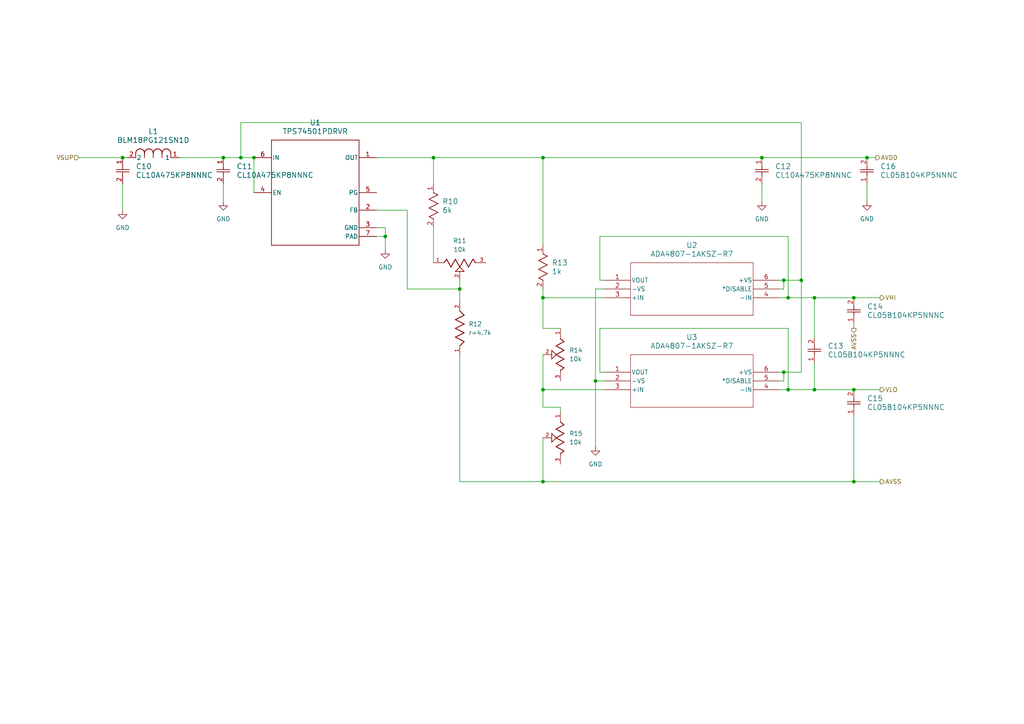
<source format=kicad_sch>
(kicad_sch (version 20231120) (generator "eeschema") (generator_version "8.0")
  (paper "A4")
  (lib_symbols
    (symbol "Cap100nF:CL05B104KP5NNNC" (pin_names (offset 0.254))
      (property "Reference" "C" (at 3.81 3.81 0))
      (property "Value" "CL05B104KP5NNNC" (at 3.81 -3.81 0))
      (symbol "CL05B104KP5NNNC_1_1"
        (polyline (pts (xy 2.54 0) (xy 3.4798 0)) (stroke (width 0.2032)))
        (polyline (pts (xy 3.4798 -1.905) (xy 3.4798 1.905)) (stroke (width 0.2032)))
        (polyline (pts (xy 4.1148 -1.905) (xy 4.1148 1.905)) (stroke (width 0.2032)))
        (polyline (pts (xy 4.1148 0) (xy 5.08 0)) (stroke (width 0.2032)))
        (pin unspecified line (at 0 0 0) (length 2.54) (name "") (number "1"))
        (pin unspecified line (at 7.62 0 180) (length 2.54) (name "") (number "2"))
      )
      (symbol "CL05B104KP5NNNC_1_2"
        (polyline (pts (xy -1.905 -4.1148) (xy 1.905 -4.1148)) (stroke (width 0.2032)))
        (polyline (pts (xy -1.905 -3.4798) (xy 1.905 -3.4798)) (stroke (width 0.2032)))
        (polyline (pts (xy 0 -4.1148) (xy 0 -5.08)) (stroke (width 0.2032)))
        (polyline (pts (xy 0 -2.54) (xy 0 -3.4798)) (stroke (width 0.2032)))
        (pin unspecified line (at 0 0 270) (length 2.54) (name "") (number "1"))
        (pin unspecified line (at 0 -7.62 90) (length 2.54) (name "") (number "2"))
      )
    )
    (symbol "Cap4.7uF:CL10A475KP8NNNC" (pin_names (offset 0.254))
      (property "Reference" "C" (at 3.81 3.81 0))
      (property "Value" "CL10A475KP8NNNC" (at 3.81 -3.81 0))
      (symbol "CL10A475KP8NNNC_1_1"
        (polyline (pts (xy 2.54 0) (xy 3.4798 0)) (stroke (width 0.2032)))
        (polyline (pts (xy 3.4798 -1.905) (xy 3.4798 1.905)) (stroke (width 0.2032)))
        (polyline (pts (xy 4.1148 -1.905) (xy 4.1148 1.905)) (stroke (width 0.2032)))
        (polyline (pts (xy 4.1148 0) (xy 5.08 0)) (stroke (width 0.2032)))
        (pin unspecified line (at 0 0 0) (length 2.54) (name "") (number "1"))
        (pin unspecified line (at 7.62 0 180) (length 2.54) (name "") (number "2"))
      )
      (symbol "CL10A475KP8NNNC_1_2"
        (polyline (pts (xy -1.905 -4.1148) (xy 1.905 -4.1148)) (stroke (width 0.2032)))
        (polyline (pts (xy -1.905 -3.4798) (xy 1.905 -3.4798)) (stroke (width 0.2032)))
        (polyline (pts (xy 0 -4.1148) (xy 0 -5.08)) (stroke (width 0.2032)))
        (polyline (pts (xy 0 -2.54) (xy 0 -3.4798)) (stroke (width 0.2032)))
        (pin unspecified line (at 0 0 270) (length 2.54) (name "") (number "1"))
        (pin unspecified line (at 0 -7.62 90) (length 2.54) (name "") (number "2"))
      )
    )
    (symbol "LDO:TPS74501PDRVR" (pin_names (offset 0.254))
      (property "Reference" "U" (at 0 2.54 0))
      (property "Value" "TPS74501PDRVR" (at 0 0 0))
      (symbol "TPS74501PDRVR_0_1"
        (polyline (pts (xy -12.7 -15.24) (xy 12.7 -15.24)) (stroke (width 0.2032)))
        (polyline (pts (xy -12.7 15.24) (xy -12.7 -15.24)) (stroke (width 0.2032)))
        (polyline (pts (xy 12.7 -15.24) (xy 12.7 15.24)) (stroke (width 0.2032)))
        (polyline (pts (xy 12.7 15.24) (xy -12.7 15.24)) (stroke (width 0.2032)))
        (pin power_in line (at 17.78 10.16 180) (length 5.08) (name "OUT") (number "1"))
        (pin input line (at 17.78 -5.08 180) (length 5.08) (name "FB") (number "2"))
        (pin power_in line (at 17.78 -10.16 180) (length 5.08) (name "GND") (number "3"))
        (pin input line (at -17.78 0 0) (length 5.08) (name "EN") (number "4"))
        (pin open_collector line (at 17.78 0 180) (length 5.08) (name "PG") (number "5"))
        (pin power_in line (at -17.78 10.16 0) (length 5.08) (name "IN") (number "6"))
        (pin power_in line (at 17.78 -12.7 180) (length 5.08) (name "PAD") (number "7"))
      )
    )
    (symbol "Opamp:ADA4807-1AKSZ-R7" (pin_names (offset 0.254))
      (property "Reference" "U" (at 25.4 10.16 0))
      (property "Value" "ADA4807-1AKSZ-R7" (at 25.4 7.62 0))
      (symbol "ADA4807-1AKSZ-R7_0_1"
        (polyline (pts (xy 7.62 -10.16) (xy 43.18 -10.16)) (stroke (width 0.127)))
        (polyline (pts (xy 7.62 5.08) (xy 7.62 -10.16)) (stroke (width 0.127)))
        (polyline (pts (xy 43.18 -10.16) (xy 43.18 5.08)) (stroke (width 0.127)))
        (polyline (pts (xy 43.18 5.08) (xy 7.62 5.08)) (stroke (width 0.127)))
        (pin power_in line (at 0 0 0) (length 7.62) (name "VOUT") (number "1"))
        (pin power_in line (at 0 -2.54 0) (length 7.62) (name "-VS") (number "2"))
        (pin input line (at 0 -5.08 0) (length 7.62) (name "+IN") (number "3"))
        (pin input line (at 50.8 -5.08 180) (length 7.62) (name "-IN") (number "4"))
        (pin unspecified line (at 50.8 -2.54 180) (length 7.62) (name "*DISABLE") (number "5"))
        (pin power_in line (at 50.8 0 180) (length 7.62) (name "+VS") (number "6"))
      )
    )
    (symbol "Resistor1k:RC0402JR-071KL" (pin_names (offset 0.254))
      (property "Reference" "R" (at 5.715 3.81 0))
      (property "Value" "RC0402JR-071KL" (at 6.35 -3.81 0))
      (symbol "RC0402JR-071KL_1_1"
        (polyline (pts (xy 2.54 0) (xy 3.175 1.27)) (stroke (width 0.2032)))
        (polyline (pts (xy 3.175 1.27) (xy 4.445 -1.27)) (stroke (width 0.2032)))
        (polyline (pts (xy 4.445 -1.27) (xy 5.715 1.27)) (stroke (width 0.2032)))
        (polyline (pts (xy 5.715 1.27) (xy 6.985 -1.27)) (stroke (width 0.2032)))
        (polyline (pts (xy 6.985 -1.27) (xy 8.255 1.27)) (stroke (width 0.2032)))
        (polyline (pts (xy 8.255 1.27) (xy 9.525 -1.27)) (stroke (width 0.2032)))
        (polyline (pts (xy 9.525 -1.27) (xy 10.16 0)) (stroke (width 0.2032)))
        (pin unspecified line (at 12.7 0 180) (length 2.54) (name "") (number "1"))
        (pin unspecified line (at 0 0 0) (length 2.54) (name "") (number "2"))
      )
      (symbol "RC0402JR-071KL_1_2"
        (polyline (pts (xy -1.27 3.175) (xy 1.27 4.445)) (stroke (width 0.2032)))
        (polyline (pts (xy -1.27 5.715) (xy 1.27 6.985)) (stroke (width 0.2032)))
        (polyline (pts (xy -1.27 8.255) (xy 1.27 9.525)) (stroke (width 0.2032)))
        (polyline (pts (xy 0 2.54) (xy -1.27 3.175)) (stroke (width 0.2032)))
        (polyline (pts (xy 1.27 4.445) (xy -1.27 5.715)) (stroke (width 0.2032)))
        (polyline (pts (xy 1.27 6.985) (xy -1.27 8.255)) (stroke (width 0.2032)))
        (polyline (pts (xy 1.27 9.525) (xy 0 10.16)) (stroke (width 0.2032)))
        (pin unspecified line (at 0 12.7 270) (length 2.54) (name "") (number "1"))
        (pin unspecified line (at 0 0 90) (length 2.54) (name "") (number "2"))
      )
    )
    (symbol "ferriteBeads120Ohm:BLM18PG121SN1D" (pin_names (offset 0.254))
      (property "Reference" "L" (at 6.985 5.08 0))
      (property "Value" "BLM18PG121SN1D" (at 6.985 -2.54 0))
      (symbol "BLM18PG121SN1D_1_1"
        (polyline (pts (xy 2.54 0) (xy 2.54 1.27)) (stroke (width 0.2032)))
        (polyline (pts (xy 5.08 0) (xy 5.08 1.27)) (stroke (width 0.2032)))
        (polyline (pts (xy 7.62 0) (xy 7.62 1.27)) (stroke (width 0.2032)))
        (polyline (pts (xy 10.16 0) (xy 10.16 1.27)) (stroke (width 0.2032)))
        (polyline (pts (xy 12.7 0) (xy 12.7 1.27)) (stroke (width 0.2032)))
        (arc (start 5.08 1.27) (mid 3.81 2.5344) (end 2.54 1.27) (stroke (width 0.254)))
        (arc (start 7.62 1.27) (mid 6.35 2.5344) (end 5.08 1.27) (stroke (width 0.254)))
        (arc (start 10.16 1.27) (mid 8.89 2.5344) (end 7.62 1.27) (stroke (width 0.254)))
        (arc (start 12.7 1.27) (mid 11.43 2.5344) (end 10.16 1.27) (stroke (width 0.254)))
        (pin unspecified line (at 15.24 0 180) (length 2.54) (name "1") (number "1"))
        (pin unspecified line (at 0 0 0) (length 2.54) (name "2") (number "2"))
      )
      (symbol "BLM18PG121SN1D_1_2"
        (arc (start -1.27 5.08) (mid -2.5344 3.81) (end -1.27 2.54) (stroke (width 0.254)))
        (arc (start -1.27 7.62) (mid -2.5344 6.35) (end -1.27 5.08) (stroke (width 0.254)))
        (arc (start -1.27 10.16) (mid -2.5344 8.89) (end -1.27 7.62) (stroke (width 0.254)))
        (arc (start -1.27 12.7) (mid -2.5344 11.43) (end -1.27 10.16) (stroke (width 0.254)))
        (polyline (pts (xy 0 2.54) (xy -1.27 2.54)) (stroke (width 0.2032)))
        (polyline (pts (xy 0 5.08) (xy -1.27 5.08)) (stroke (width 0.2032)))
        (polyline (pts (xy 0 7.62) (xy -1.27 7.62)) (stroke (width 0.2032)))
        (polyline (pts (xy 0 10.16) (xy -1.27 10.16)) (stroke (width 0.2032)))
        (polyline (pts (xy 0 12.7) (xy -1.27 12.7)) (stroke (width 0.2032)))
        (pin unspecified line (at 0 15.24 270) (length 2.54) (name "1") (number "1"))
        (pin unspecified line (at 0 0 90) (length 2.54) (name "2") (number "2"))
      )
    )
    (symbol "potentiometer:3310Y-001-103L" (pin_names (offset 1.016))
      (property "Reference" "R" (at -5.0895 5.0895 0))
      (property "Value" "3310Y-001-103L" (at -5.0814 2.5407 0))
      (symbol "3310Y-001-103L_0_0"
        (polyline (pts (xy -5.08 0) (xy -4.572 0)) (stroke (width 0.1524)))
        (polyline (pts (xy -4.572 0) (xy -3.81 1.016)) (stroke (width 0.254)))
        (polyline (pts (xy -3.81 1.016) (xy -2.54 -1.27)) (stroke (width 0.254)))
        (polyline (pts (xy -2.54 -1.27) (xy -1.27 1.016)) (stroke (width 0.254)))
        (polyline (pts (xy -1.27 -2.54) (xy 0 -1.27)) (stroke (width 0.2032)))
        (polyline (pts (xy -1.27 1.016) (xy 0 -1.27)) (stroke (width 0.254)))
        (polyline (pts (xy 0 -1.27) (xy 1.27 -2.54)) (stroke (width 0.2032)))
        (polyline (pts (xy 0 -1.27) (xy 1.27 1.016)) (stroke (width 0.254)))
        (polyline (pts (xy 1.27 -2.54) (xy -1.27 -2.54)) (stroke (width 0.2032)))
        (polyline (pts (xy 1.27 1.016) (xy 2.54 -1.27)) (stroke (width 0.254)))
        (polyline (pts (xy 2.54 -1.27) (xy 3.81 1.016)) (stroke (width 0.254)))
        (polyline (pts (xy 3.81 1.016) (xy 4.572 0)) (stroke (width 0.254)))
        (polyline (pts (xy 4.572 0) (xy 5.08 0)) (stroke (width 0.1524)))
        (pin passive line (at -7.62 0 0) (length 2.54) (name "~") (number "1"))
        (pin passive line (at 0 -5.08 90) (length 2.54) (name "~") (number "2"))
        (pin passive line (at 7.62 0 180) (length 2.54) (name "~") (number "3"))
      )
    )
    (symbol "power:GND" (power) (pin_numbers hide) (pin_names (offset 0) hide)
      (property "Value" "GND" (at 0 -3.81 0))
      (symbol "GND_0_1"
        (polyline (pts (xy 0 0) (xy 0 -1.27) (xy 1.27 -1.27) (xy 0 -2.54) (xy -1.27 -1.27) (xy 0 -1.27)))
      )
      (symbol "GND_1_1"
        (pin power_in line (at 0 0 270) (length 0) (name "~") (number "1"))
      )
    )
    (symbol "resistor4.7k:RC0402FR-074K7L" (pin_names (offset 1.016))
      (property "Reference" "R" (at -4.447 2.0075 0))
      (property "Value" "RC0402FR-074K7L" (at -4.4467 -3.5574 0))
      (symbol "RC0402FR-074K7L_0_0"
        (polyline (pts (xy -5.08 0) (xy -3.81 -1.27)) (stroke (width 0.254)))
        (polyline (pts (xy -3.81 -1.27) (xy -2.54 1.27)) (stroke (width 0.254)))
        (polyline (pts (xy -2.54 1.27) (xy -1.27 -1.27)) (stroke (width 0.254)))
        (polyline (pts (xy -1.27 -1.27) (xy 0 1.27)) (stroke (width 0.254)))
        (polyline (pts (xy 0 1.27) (xy 1.27 -1.27)) (stroke (width 0.254)))
        (polyline (pts (xy 1.27 -1.27) (xy 2.54 1.27)) (stroke (width 0.254)))
        (polyline (pts (xy 2.54 1.27) (xy 3.81 -1.27)) (stroke (width 0.254)))
        (polyline (pts (xy 3.81 -1.27) (xy 5.08 0)) (stroke (width 0.254)))
        (pin passive line (at -7.62 0 0) (length 2.54) (name "~") (number "1"))
        (pin passive line (at 7.62 0 180) (length 2.54) (name "~") (number "2"))
      )
    )
  )
  (junction (at 157.48 86.36))
  (junction (at 157.48 139.7))
  (junction (at 232.41 81.28))
  (junction (at 247.65 86.36))
  (junction (at 64.77 45.72))
  (junction (at 227.33 81.28))
  (junction (at 220.98 45.72))
  (junction (at 125.73 45.72))
  (junction (at 111.76 68.58))
  (junction (at 236.22 86.36))
  (junction (at 247.65 139.7))
  (junction (at 251.46 45.72))
  (junction (at 247.65 113.03))
  (junction (at 73.66 45.72))
  (junction (at 35.56 45.72))
  (junction (at 236.22 113.03))
  (junction (at 157.48 113.03))
  (junction (at 227.33 107.95))
  (junction (at 157.48 45.72))
  (junction (at 133.35 83.82))
  (junction (at 172.72 110.49))
  (junction (at 228.6 113.03))
  (junction (at 69.85 45.72))
  (junction (at 228.6 86.36))
  (wire (pts (xy 227.33 107.95) (xy 227.33 110.49)))
  (wire (pts (xy 236.22 113.03) (xy 247.65 113.03)))
  (wire (pts (xy 226.06 86.36) (xy 228.6 86.36)))
  (wire (pts (xy 228.6 113.03) (xy 236.22 113.03)))
  (wire (pts (xy 228.6 95.25) (xy 173.99 95.25)))
  (wire (pts (xy 251.46 53.34) (xy 251.46 58.42)))
  (wire (pts (xy 133.35 102.87) (xy 133.35 139.7)))
  (wire (pts (xy 220.98 53.34) (xy 220.98 58.42)))
  (wire (pts (xy 227.33 107.95) (xy 232.41 107.95)))
  (wire (pts (xy 22.86 45.72) (xy 35.56 45.72)))
  (wire (pts (xy 226.06 81.28) (xy 227.33 81.28)))
  (wire (pts (xy 109.22 45.72) (xy 125.73 45.72)))
  (wire (pts (xy 220.98 45.72) (xy 251.46 45.72)))
  (wire (pts (xy 236.22 105.41) (xy 236.22 113.03)))
  (wire (pts (xy 162.56 118.11) (xy 162.56 119.38)))
  (wire (pts (xy 133.35 83.82) (xy 133.35 87.63)))
  (wire (pts (xy 247.65 86.36) (xy 255.27 86.36)))
  (wire (pts (xy 69.85 35.56) (xy 232.41 35.56)))
  (wire (pts (xy 109.22 66.04) (xy 111.76 66.04)))
  (wire (pts (xy 69.85 45.72) (xy 73.66 45.72)))
  (wire (pts (xy 228.6 113.03) (xy 228.6 95.25)))
  (wire (pts (xy 172.72 83.82) (xy 175.26 83.82)))
  (wire (pts (xy 227.33 81.28) (xy 232.41 81.28)))
  (wire (pts (xy 247.65 93.98) (xy 247.65 95.25)))
  (wire (pts (xy 228.6 86.36) (xy 236.22 86.36)))
  (wire (pts (xy 157.48 95.25) (xy 162.56 95.25)))
  (wire (pts (xy 236.22 86.36) (xy 247.65 86.36)))
  (wire (pts (xy 125.73 45.72) (xy 157.48 45.72)))
  (wire (pts (xy 111.76 68.58) (xy 111.76 72.39)))
  (wire (pts (xy 172.72 110.49) (xy 175.26 110.49)))
  (wire (pts (xy 73.66 45.72) (xy 73.66 55.88)))
  (wire (pts (xy 226.06 107.95) (xy 227.33 107.95)))
  (wire (pts (xy 227.33 81.28) (xy 227.33 83.82)))
  (wire (pts (xy 157.48 86.36) (xy 157.48 95.25)))
  (wire (pts (xy 64.77 58.42) (xy 64.77 53.34)))
  (wire (pts (xy 157.48 45.72) (xy 220.98 45.72)))
  (wire (pts (xy 157.48 127) (xy 157.48 139.7)))
  (wire (pts (xy 247.65 120.65) (xy 247.65 139.7)))
  (wire (pts (xy 125.73 66.04) (xy 125.73 76.2)))
  (wire (pts (xy 69.85 45.72) (xy 69.85 35.56)))
  (wire (pts (xy 173.99 68.58) (xy 173.99 81.28)))
  (wire (pts (xy 125.73 45.72) (xy 125.73 53.34)))
  (wire (pts (xy 172.72 110.49) (xy 172.72 129.54)))
  (wire (pts (xy 172.72 83.82) (xy 172.72 110.49)))
  (wire (pts (xy 226.06 110.49) (xy 227.33 110.49)))
  (wire (pts (xy 173.99 95.25) (xy 173.99 107.95)))
  (wire (pts (xy 157.48 45.72) (xy 157.48 71.12)))
  (wire (pts (xy 133.35 139.7) (xy 157.48 139.7)))
  (wire (pts (xy 173.99 107.95) (xy 175.26 107.95)))
  (wire (pts (xy 236.22 86.36) (xy 236.22 97.79)))
  (wire (pts (xy 118.11 83.82) (xy 118.11 60.96)))
  (wire (pts (xy 232.41 35.56) (xy 232.41 81.28)))
  (wire (pts (xy 247.65 113.03) (xy 255.27 113.03)))
  (wire (pts (xy 157.48 139.7) (xy 247.65 139.7)))
  (wire (pts (xy 133.35 83.82) (xy 118.11 83.82)))
  (wire (pts (xy 157.48 102.87) (xy 157.48 113.03)))
  (wire (pts (xy 109.22 68.58) (xy 111.76 68.58)))
  (wire (pts (xy 35.56 45.72) (xy 36.83 45.72)))
  (wire (pts (xy 226.06 83.82) (xy 227.33 83.82)))
  (wire (pts (xy 157.48 113.03) (xy 175.26 113.03)))
  (wire (pts (xy 228.6 68.58) (xy 173.99 68.58)))
  (wire (pts (xy 111.76 66.04) (xy 111.76 68.58)))
  (wire (pts (xy 247.65 139.7) (xy 255.27 139.7)))
  (wire (pts (xy 133.35 81.28) (xy 133.35 83.82)))
  (wire (pts (xy 64.77 45.72) (xy 69.85 45.72)))
  (wire (pts (xy 228.6 86.36) (xy 228.6 68.58)))
  (wire (pts (xy 157.48 118.11) (xy 162.56 118.11)))
  (wire (pts (xy 35.56 53.34) (xy 35.56 60.96)))
  (wire (pts (xy 173.99 81.28) (xy 175.26 81.28)))
  (wire (pts (xy 232.41 81.28) (xy 232.41 107.95)))
  (wire (pts (xy 52.07 45.72) (xy 64.77 45.72)))
  (wire (pts (xy 157.48 86.36) (xy 175.26 86.36)))
  (wire (pts (xy 118.11 60.96) (xy 109.22 60.96)))
  (wire (pts (xy 251.46 45.72) (xy 254 45.72)))
  (wire (pts (xy 226.06 113.03) (xy 228.6 113.03)))
  (wire (pts (xy 157.48 83.82) (xy 157.48 86.36)))
  (wire (pts (xy 157.48 113.03) (xy 157.48 118.11)))
  (hierarchical_label "VLO" (shape output) (at 255.27 113.03 0))
  (hierarchical_label "VSUP" (shape input) (at 22.86 45.72 180))
  (hierarchical_label "AVDD" (shape output) (at 254 45.72 0))
  (hierarchical_label "AVSS" (shape output) (at 255.27 139.7 0))
  (hierarchical_label "AVSS" (shape output) (at 247.65 95.25 270))
  (hierarchical_label "VHI" (shape output) (at 255.27 86.36 0))
  (symbol (lib_id "potentiometer:3310Y-001-103L") (at 162.56 102.87 270) (unit 1)
    (property "Reference" "R14" (at 165.1 101.5999 90) (effects (justify left)))
    (property "Value" "10k" (at 165.1 104.1399 90) (effects (justify left)))
    (property "Footprint" "potentiometer_10turn:potentiometer_10turn" (effects (hide yes)))
    (property "STANDARD" "IPC 7351B" (effects (hide yes)))
    (property "MANUFACTURER" "BOURNS" (effects (hide yes)))
    (property "Sim.Device" "R" (effects (hide yes)))
    (property "Sim.Type" "POT" (effects (hide yes)))
    (property "Sim.Pins" "1=r0 2=wiper 3=r1" (effects (hide yes)))
    (property "Sim.Params" "r=5k" (effects (hide yes)))
  )
  (symbol (lib_id "Cap100nF:CL05B104KP5NNNC") (at 251.46 53.34 90) (unit 1)
    (property "Reference" "C16" (at 255.27 48.2599 90) (effects (font (size 1.524 1.524)) (justify right)))
    (property "Value" "CL05B104KP5NNNC" (at 255.27 50.7999 90) (effects (font (size 1.524 1.524)) (justify right)))
    (property "Footprint" "CAP_CL05_SAM" (effects (hide yes)))
    (property "Datasheet" "CL05B104KP5NNNC" (effects (hide yes)))
    (property "Sim.Device" "C" (effects (hide yes)))
    (property "Sim.Pins" "1=+ 2=-" (effects (hide yes)))
    (property "Sim.Params" "c=100n" (effects (hide yes)))
    (property "Sim.Type" "=" (effects (hide yes)))
  )
  (symbol (lib_id "resistor4.7k:RC0402FR-074K7L") (at 133.35 95.25 90) (unit 1)
    (property "Reference" "R12" (at 135.89 93.9799 90) (effects (justify right)))
    (property "Value" "${SIM.PARAMS}" (at 135.89 96.5199 90) (effects (justify right)))
    (property "Footprint" "RC0402FR-074K7L:RESC1005X40" (effects (hide yes)))
    (property "DigiKey_Part_Number" "311-4.7KLRTR-ND" (effects (hide yes)))
    (property "SnapEDA_Link" "https://www.snapeda.com/parts/RC0402FR-074K7L/Yageo/view-part/?ref=snap" (effects (hide yes)))
    (property "Description_1" "\n4.7 kOhms ±1% 0.063W, 1/16W Chip Resistor 0402 (1005 Metric) Moisture Resistant Thick Film\n" (effects (hide yes)))
    (property "Package" "1005 Panasonic Electronic Components" (effects (hide yes)))
    (property "Check_prices" "https://www.snapeda.com/parts/RC0402FR-074K7L/Yageo/view-part/?ref=eda" (effects (hide yes)))
    (property "MF" "Yageo" (effects (hide yes)))
    (property "MP" "RC0402FR-074K7L" (effects (hide yes)))
    (property "MANUFACTURER" "YAGEO" (effects (hide yes)))
    (property "Sim.Device" "R" (effects (hide yes)))
    (property "Sim.Type" "=" (effects (hide yes)))
    (property "Sim.Params" "r=4.7k" (effects (hide yes)))
    (property "Sim.Pins" "1=+ 2=-" (effects (hide yes)))
  )
  (symbol (lib_id "Cap100nF:CL05B104KP5NNNC") (at 247.65 93.98 90) (unit 1)
    (property "Reference" "C14" (at 251.46 88.8999 90) (effects (font (size 1.524 1.524)) (justify right)))
    (property "Value" "CL05B104KP5NNNC" (at 251.46 91.4399 90) (effects (font (size 1.524 1.524)) (justify right)))
    (property "Footprint" "CAP_CL05_SAM" (effects (hide yes)))
    (property "Datasheet" "CL05B104KP5NNNC" (effects (hide yes)))
    (property "Sim.Device" "C" (effects (hide yes)))
    (property "Sim.Pins" "1=+ 2=-" (effects (hide yes)))
    (property "Sim.Params" "c=100n" (effects (hide yes)))
    (property "Sim.Type" "=" (effects (hide yes)))
  )
  (symbol (lib_id "Resistor1k:RC0402JR-071KL") (at 157.48 83.82 90) (unit 1)
    (property "Reference" "R13" (at 160.02 76.1999 90) (effects (font (size 1.524 1.524)) (justify right)))
    (property "Value" "1k" (at 160.02 78.7399 90) (effects (font (size 1.524 1.524)) (justify right)))
    (property "Footprint" "RC0402N_YAG" (effects (hide yes)))
    (property "Datasheet" "RC0402JR-071KL" (effects (hide yes)))
    (property "Sim.Device" "R" (effects (hide yes)))
    (property "Sim.Pins" "1=+ 2=-" (effects (hide yes)))
    (property "Sim.Params" "r=1k" (effects (hide yes)))
    (property "Sim.Type" "=" (effects (hide yes)))
  )
  (symbol (lib_id "power:GND") (at 64.77 58.42 0) (unit 1)
    (property "Reference" "#PWR08" (effects (hide yes)))
    (property "Value" "GND" (at 64.77 63.5 0))
    (property "Description" "Power symbol creates a global label with name \"GND\" , ground" (effects (hide yes)))
  )
  (symbol (lib_id "potentiometer:3310Y-001-103L") (at 133.35 76.2 0) (unit 1)
    (property "Reference" "R11" (at 133.35 69.85 0))
    (property "Value" "10k" (at 133.35 72.39 0))
    (property "Footprint" "potentiometer_10turn:potentiometer_10turn" (effects (hide yes)))
    (property "STANDARD" "IPC 7351B" (effects (hide yes)))
    (property "MANUFACTURER" "BOURNS" (effects (hide yes)))
    (property "Sim.Device" "R" (effects (hide yes)))
    (property "Sim.Type" "POT" (effects (hide yes)))
    (property "Sim.Pins" "1=r0 2=wiper 3=r1" (effects (hide yes)))
    (property "Sim.Params" "r=5k" (effects (hide yes)))
  )
  (symbol (lib_id "power:GND") (at 220.98 58.42 0) (unit 1)
    (property "Reference" "#PWR011" (effects (hide yes)))
    (property "Value" "GND" (at 220.98 63.5 0))
    (property "Description" "Power symbol creates a global label with name \"GND\" , ground" (effects (hide yes)))
  )
  (symbol (lib_id "LDO:TPS74501PDRVR") (at 91.44 55.88 0) (unit 1)
    (property "Reference" "U1" (at 91.44 35.56 0) (effects (font (size 1.524 1.524))))
    (property "Value" "TPS74501PDRVR" (at 91.44 38.1 0) (effects (font (size 1.524 1.524))))
    (property "Footprint" "tps745Footprints:DRV0006A_NV" (effects (hide yes)))
    (property "Datasheet" "TPS74501PDRVR" (effects (hide yes)))
    (property "Sim.Library" "/home/maxwell/github-repos/sp-24-EE628/6_Test/2_PCB/test_board_1/TestBoardEDA/models/TPS74501P_TRANS.lib" (effects (hide yes)))
    (property "Sim.Name" "TPS74501P_TRANS" (effects (hide yes)))
    (property "Sim.Device" "SUBCKT" (effects (hide yes)))
    (property "Sim.Pins" "1=VOUT 2=FB 3=GND 4=EN 5=PG 6=VIN" (effects (hide yes)))
  )
  (symbol (lib_id "Resistor1k:RC0402JR-071KL") (at 125.73 66.04 90) (unit 1)
    (property "Reference" "R10" (at 128.27 58.4199 90) (effects (font (size 1.524 1.524)) (justify right)))
    (property "Value" "6k" (at 128.27 60.9599 90) (effects (font (size 1.524 1.524)) (justify right)))
    (property "Footprint" "RC0402N_YAG" (effects (hide yes)))
    (property "Datasheet" "RC0402JR-071KL" (effects (hide yes)))
    (property "Sim.Device" "R" (effects (hide yes)))
    (property "Sim.Pins" "1=+ 2=-" (effects (hide yes)))
    (property "Sim.Params" "r=1k" (effects (hide yes)))
    (property "Sim.Type" "=" (effects (hide yes)))
  )
  (symbol (lib_id "Cap100nF:CL05B104KP5NNNC") (at 236.22 105.41 90) (unit 1)
    (property "Reference" "C13" (at 240.03 100.3299 90) (effects (font (size 1.524 1.524)) (justify right)))
    (property "Value" "CL05B104KP5NNNC" (at 240.03 102.8699 90) (effects (font (size 1.524 1.524)) (justify right)))
    (property "Footprint" "CAP_CL05_SAM" (effects (hide yes)))
    (property "Datasheet" "CL05B104KP5NNNC" (effects (hide yes)))
    (property "Sim.Device" "C" (effects (hide yes)))
    (property "Sim.Pins" "1=+ 2=-" (effects (hide yes)))
    (property "Sim.Params" "c=100n" (effects (hide yes)))
    (property "Sim.Type" "=" (effects (hide yes)))
  )
  (symbol (lib_id "Opamp:ADA4807-1AKSZ-R7") (at 175.26 107.95 0) (unit 1)
    (property "Reference" "U3" (at 200.66 97.79 0) (effects (font (size 1.524 1.524))))
    (property "Value" "ADA4807-1AKSZ-R7" (at 200.66 100.33 0) (effects (font (size 1.524 1.524))))
    (property "Footprint" "opampADA4807Footprints:KS-6_ADI" (effects (hide yes)))
    (property "Datasheet" "ADA4807-1AKSZ-R7" (effects (hide yes)))
    (property "Sim.Library" "/home/maxwell/github-repos/sp-24-EE628/6_Test/2_PCB/test_board_1/TestBoardEDA/models/ADA4807.cir" (effects (hide yes)))
    (property "Sim.Name" "ADA4807" (effects (hide yes)))
    (property "Sim.Device" "SUBCKT" (effects (hide yes)))
    (property "Sim.Pins" "1=104 2=103 3=100 4=101 5=106 6=102" (effects (hide yes)))
  )
  (symbol (lib_id "Cap4.7uF:CL10A475KP8NNNC") (at 220.98 45.72 270) (unit 1)
    (property "Reference" "C12" (at 224.79 48.2599 90) (effects (font (size 1.524 1.524)) (justify left)))
    (property "Value" "CL10A475KP8NNNC" (at 224.79 50.7999 90) (effects (font (size 1.524 1.524)) (justify left)))
    (property "Footprint" "CAP_0603_CL10A_1P6XP8_SAM" (effects (hide yes)))
    (property "Datasheet" "CL10A475KP8NNNC" (effects (hide yes)))
    (property "Sim.Library" "/home/maxwell/github-repos/sp-24-EE628/6_Test/2_PCB/test_board_1/TestBoardEDA/models/CL10A475KP8NNN_Precise_DC0V_25degC_P.lib" (effects (hide yes)))
    (property "Sim.Name" "CL10A475KP8NNN_Precise_DC0V_25degC" (effects (hide yes)))
    (property "Sim.Device" "SUBCKT" (effects (hide yes)))
    (property "Sim.Pins" "1=1 2=2" (effects (hide yes)))
  )
  (symbol (lib_id "Opamp:ADA4807-1AKSZ-R7") (at 175.26 81.28 0) (unit 1)
    (property "Reference" "U2" (at 200.66 71.12 0) (effects (font (size 1.524 1.524))))
    (property "Value" "ADA4807-1AKSZ-R7" (at 200.66 73.66 0) (effects (font (size 1.524 1.524))))
    (property "Footprint" "opampADA4807Footprints:KS-6_ADI" (effects (hide yes)))
    (property "Datasheet" "ADA4807-1AKSZ-R7" (effects (hide yes)))
    (property "Sim.Library" "/home/maxwell/github-repos/sp-24-EE628/6_Test/2_PCB/test_board_1/TestBoardEDA/models/ADA4807.cir" (effects (hide yes)))
    (property "Sim.Name" "ADA4807" (effects (hide yes)))
    (property "Sim.Device" "SUBCKT" (effects (hide yes)))
    (property "Sim.Pins" "1=104 2=103 3=100 4=101 5=106 6=102" (effects (hide yes)))
  )
  (symbol (lib_id "power:GND") (at 251.46 58.42 0) (unit 1)
    (property "Reference" "#PWR012" (effects (hide yes)))
    (property "Value" "GND" (at 251.46 63.5 0))
    (property "Description" "Power symbol creates a global label with name \"GND\" , ground" (effects (hide yes)))
  )
  (symbol (lib_id "power:GND") (at 172.72 129.54 0) (unit 1)
    (property "Reference" "#PWR010" (effects (hide yes)))
    (property "Value" "GND" (at 172.72 134.62 0))
    (property "Description" "Power symbol creates a global label with name \"GND\" , ground" (effects (hide yes)))
  )
  (symbol (lib_id "power:GND") (at 111.76 72.39 0) (unit 1)
    (property "Reference" "#PWR09" (effects (hide yes)))
    (property "Value" "GND" (at 111.76 77.47 0))
    (property "Description" "Power symbol creates a global label with name \"GND\" , ground" (effects (hide yes)))
  )
  (symbol (lib_id "ferriteBeads120Ohm:BLM18PG121SN1D") (at 36.83 45.72 0) (unit 1)
    (property "Reference" "L1" (at 44.45 38.1 0) (effects (font (size 1.524 1.524))))
    (property "Value" "BLM18PG121SN1D" (at 44.45 40.64 0) (effects (font (size 1.524 1.524))))
    (property "Footprint" "ferriteBead120OhmFootprints:IND_BLM18_0603_MUR" (effects (hide yes)))
    (property "Datasheet" "BLM18PG121SN1D" (effects (hide yes)))
    (property "Sim.Library" "/home/maxwell/github-repos/sp-24-EE628/6_Test/2_PCB/test_board_1/TestBoardEDA/models/BLM18PG121SN1.mod" (effects (hide yes)))
    (property "Sim.Name" "BLM18PG121SN1" (effects (hide yes)))
    (property "Sim.Device" "SUBCKT" (effects (hide yes)))
    (property "Sim.Pins" "1=port1 2=port2" (effects (hide yes)))
  )
  (symbol (lib_id "Cap4.7uF:CL10A475KP8NNNC") (at 64.77 45.72 270) (unit 1)
    (property "Reference" "C11" (at 68.58 48.2599 90) (effects (font (size 1.524 1.524)) (justify left)))
    (property "Value" "CL10A475KP8NNNC" (at 68.58 50.7999 90) (effects (font (size 1.524 1.524)) (justify left)))
    (property "Footprint" "CAP_0603_CL10A_1P6XP8_SAM" (effects (hide yes)))
    (property "Datasheet" "CL10A475KP8NNNC" (effects (hide yes)))
    (property "Sim.Library" "/home/maxwell/github-repos/sp-24-EE628/6_Test/2_PCB/test_board_1/TestBoardEDA/models/CL10A475KP8NNN_Precise_DC0V_25degC_P.lib" (effects (hide yes)))
    (property "Sim.Name" "CL10A475KP8NNN_Precise_DC0V_25degC" (effects (hide yes)))
    (property "Sim.Device" "SUBCKT" (effects (hide yes)))
    (property "Sim.Pins" "1=1 2=2" (effects (hide yes)))
  )
  (symbol (lib_id "potentiometer:3310Y-001-103L") (at 162.56 127 270) (unit 1)
    (property "Reference" "R15" (at 165.1 125.7299 90) (effects (justify left)))
    (property "Value" "10k" (at 165.1 128.2699 90) (effects (justify left)))
    (property "Footprint" "potentiometer_10turn:potentiometer_10turn" (effects (hide yes)))
    (property "STANDARD" "IPC 7351B" (effects (hide yes)))
    (property "MANUFACTURER" "BOURNS" (effects (hide yes)))
    (property "Sim.Device" "R" (effects (hide yes)))
    (property "Sim.Type" "POT" (effects (hide yes)))
    (property "Sim.Pins" "1=r0 2=wiper 3=r1" (effects (hide yes)))
    (property "Sim.Params" "r=5k" (effects (hide yes)))
  )
  (symbol (lib_id "power:GND") (at 35.56 60.96 0) (unit 1)
    (property "Reference" "#PWR07" (effects (hide yes)))
    (property "Value" "GND" (at 35.56 66.04 0))
    (property "Description" "Power symbol creates a global label with name \"GND\" , ground" (effects (hide yes)))
  )
  (symbol (lib_id "Cap4.7uF:CL10A475KP8NNNC") (at 35.56 45.72 270) (unit 1)
    (property "Reference" "C10" (at 39.37 48.2599 90) (effects (font (size 1.524 1.524)) (justify left)))
    (property "Value" "CL10A475KP8NNNC" (at 39.37 50.7999 90) (effects (font (size 1.524 1.524)) (justify left)))
    (property "Footprint" "CAP_0603_CL10A_1P6XP8_SAM" (effects (hide yes)))
    (property "Datasheet" "CL10A475KP8NNNC" (effects (hide yes)))
    (property "Sim.Library" "/home/maxwell/github-repos/sp-24-EE628/6_Test/2_PCB/test_board_1/TestBoardEDA/models/CL10A475KP8NNN_Precise_DC0V_25degC_P.lib" (effects (hide yes)))
    (property "Sim.Name" "CL10A475KP8NNN_Precise_DC0V_25degC" (effects (hide yes)))
    (property "Sim.Device" "SUBCKT" (effects (hide yes)))
    (property "Sim.Pins" "1=1 2=2" (effects (hide yes)))
  )
  (symbol (lib_id "Cap100nF:CL05B104KP5NNNC") (at 247.65 120.65 90) (unit 1)
    (property "Reference" "C15" (at 251.46 115.5699 90) (effects (font (size 1.524 1.524)) (justify right)))
    (property "Value" "CL05B104KP5NNNC" (at 251.46 118.1099 90) (effects (font (size 1.524 1.524)) (justify right)))
    (property "Footprint" "CAP_CL05_SAM" (effects (hide yes)))
    (property "Datasheet" "CL05B104KP5NNNC" (effects (hide yes)))
    (property "Sim.Device" "C" (effects (hide yes)))
    (property "Sim.Pins" "1=+ 2=-" (effects (hide yes)))
    (property "Sim.Params" "c=100n" (effects (hide yes)))
    (property "Sim.Type" "=" (effects (hide yes)))
  )
)
</source>
